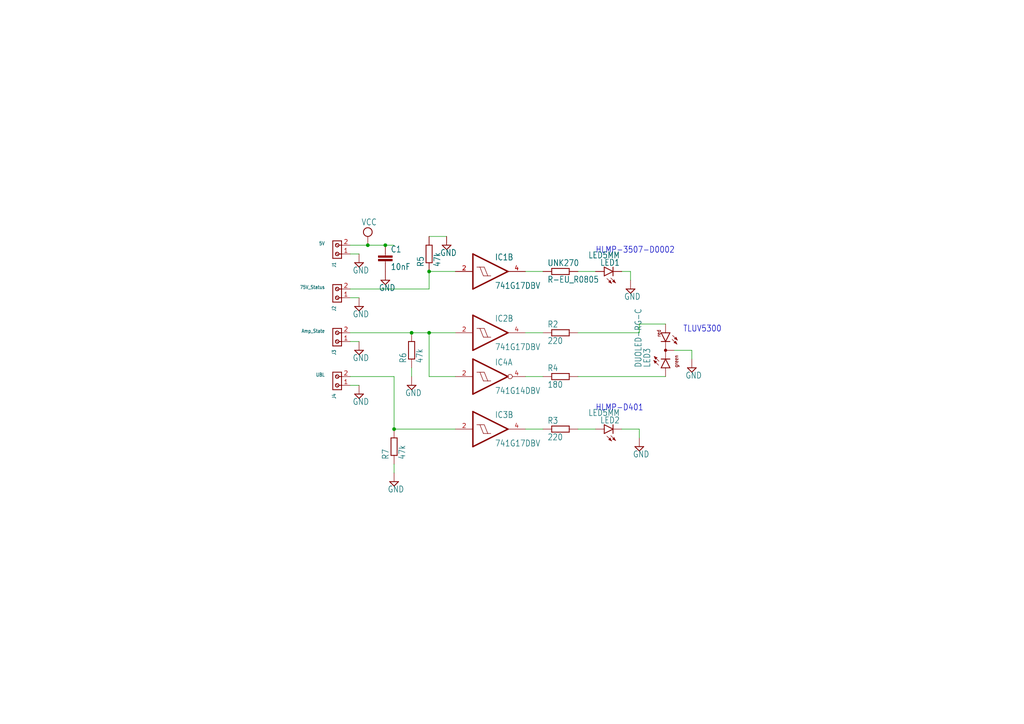
<source format=kicad_sch>
(kicad_sch
	(version 20231120)
	(generator "eeschema")
	(generator_version "8.0")
	(uuid "e64482c0-d987-433b-8c27-36c79f60de1e")
	(paper "A4")
	(lib_symbols
		(symbol "Status_Board-eagle-import:691210910002"
			(exclude_from_sim no)
			(in_bom yes)
			(on_board yes)
			(property "Reference" "J"
				(at -4.88 -0.922 0)
				(effects
					(font
						(size 1.016 0.8636)
					)
					(justify right bottom)
				)
			)
			(property "Value" ""
				(at -4.83 -2.58 0)
				(effects
					(font
						(size 1.016 0.8636)
					)
					(justify right bottom)
				)
			)
			(property "Footprint" "Status_Board:691210910002"
				(at 0 0 0)
				(effects
					(font
						(size 1.27 1.27)
					)
					(hide yes)
				)
			)
			(property "Datasheet" ""
				(at 0 0 0)
				(effects
					(font
						(size 1.27 1.27)
					)
					(hide yes)
				)
			)
			(property "Description" "WR-TBL Serie 2109 - 2.54 mm Horiz. Entry\n\nKIND PROPERTIES\n\nPitch 2.54 mm\n\nMATERIAL PROPERTIES\n\nInsulator Material PA66\nInsulator Flammability Rating UL94 V-0\nInsulator Color Green\nContact Material Brass\nContact Plating Copper over Zinc\nTerminal Screw Material Steel\nTerminal Screw Plating Zinc\nWire Guard Material Brass\n\nGENERAL INFORMATION\n\nOperating Temperature -40 up to +105 °C\nCompliance Lead free / RoHS\n\nELECTRICAL PROPERTIES\n\nIR cULus 6 A\nWorking Voltage [cULus] 150 V (AC)\nWithstanding Voltage [cULus] 1300 V (AC)\nContact Resistance [cULus] 20 mΩ\n\nMECHANICAL PROPERTIES\n\nWire Strip Length 4 up to 5 (mm)\nScrew M1.6\nSolid Wire Section (AWG) 30 to 18 (AWG)\nSolid Wire Section (Metric) 0.0509 to 0.823 (mm²)\nStranded Wire Section (AWG) 30 to 18 (AWG)\nStranded Wire Section (Metric) 0.0509 to 0.823 (mm²)\n\nCERTIFICATION\n\ncULus Approval E315414\n\nPACKAGING PROPERTIES\n\nPackaging Box\n\nhttps://katalog.we-online.com/media/images/v2/o33231v209%20Family_WR-TBL_69121091000x.jpg\n\nDetails see: https://katalog.we-online.com/en/em/TBL_2_54_2109_HORIZONTAL_ENTRY_69121091000X https://katalog.we-online.com/en/em/TBL_2_54_2109_HORIZONTAL_ENTRY_69121091000X\n\nUpdated by Ella Wu  2019-11-12\n2019(C) Wurth Elektronik"
				(at 0 0 0)
				(effects
					(font
						(size 1.27 1.27)
					)
					(hide yes)
				)
			)
			(property "ki_locked" ""
				(at 0 0 0)
				(effects
					(font
						(size 1.27 1.27)
					)
				)
			)
			(symbol "691210910002_1_0"
				(circle
					(center -2.54 -1.27)
					(radius 0.508)
					(stroke
						(width 0.254)
						(type solid)
					)
					(fill
						(type none)
					)
				)
				(circle
					(center 0 -1.27)
					(radius 0.508)
					(stroke
						(width 0.254)
						(type solid)
					)
					(fill
						(type none)
					)
				)
				(polyline
					(pts
						(xy -3.81 -2.54) (xy -3.81 0)
					)
					(stroke
						(width 0.254)
						(type solid)
					)
					(fill
						(type none)
					)
				)
				(polyline
					(pts
						(xy -3.81 0) (xy 1.27 0)
					)
					(stroke
						(width 0.254)
						(type solid)
					)
					(fill
						(type none)
					)
				)
				(polyline
					(pts
						(xy -2.54 -2.54) (xy -3.81 -2.54)
					)
					(stroke
						(width 0.254)
						(type solid)
					)
					(fill
						(type none)
					)
				)
				(polyline
					(pts
						(xy -2.54 -1.778) (xy -2.54 -2.54)
					)
					(stroke
						(width 0.254)
						(type solid)
					)
					(fill
						(type none)
					)
				)
				(polyline
					(pts
						(xy -2.286 -1.016) (xy -2.794 -1.524)
					)
					(stroke
						(width 0.1524)
						(type solid)
					)
					(fill
						(type none)
					)
				)
				(polyline
					(pts
						(xy 0 -2.54) (xy -2.54 -2.54)
					)
					(stroke
						(width 0.254)
						(type solid)
					)
					(fill
						(type none)
					)
				)
				(polyline
					(pts
						(xy 0 -1.778) (xy 0 -2.54)
					)
					(stroke
						(width 0.254)
						(type solid)
					)
					(fill
						(type none)
					)
				)
				(polyline
					(pts
						(xy 0.254 -1.016) (xy -0.254 -1.524)
					)
					(stroke
						(width 0.1524)
						(type solid)
					)
					(fill
						(type none)
					)
				)
				(polyline
					(pts
						(xy 1.27 -2.54) (xy 0 -2.54)
					)
					(stroke
						(width 0.254)
						(type solid)
					)
					(fill
						(type none)
					)
				)
				(polyline
					(pts
						(xy 1.27 0) (xy 1.27 -2.54)
					)
					(stroke
						(width 0.254)
						(type solid)
					)
					(fill
						(type none)
					)
				)
				(pin passive line
					(at -2.54 -5.08 90)
					(length 2.54)
					(name "1"
						(effects
							(font
								(size 0 0)
							)
						)
					)
					(number "1"
						(effects
							(font
								(size 1.27 1.27)
							)
						)
					)
				)
				(pin passive line
					(at 0 -5.08 90)
					(length 2.54)
					(name "2"
						(effects
							(font
								(size 0 0)
							)
						)
					)
					(number "2"
						(effects
							(font
								(size 1.27 1.27)
							)
						)
					)
				)
			)
		)
		(symbol "Status_Board-eagle-import:741G14DBV"
			(exclude_from_sim no)
			(in_bom yes)
			(on_board yes)
			(property "Reference" "IC"
				(at -0.635 -0.635 0)
				(effects
					(font
						(size 1.778 1.5113)
					)
					(justify left bottom)
				)
			)
			(property "Value" ""
				(at 1.27 -5.08 0)
				(effects
					(font
						(size 1.778 1.5113)
					)
					(justify left bottom)
					(hide yes)
				)
			)
			(property "Footprint" "Status_Board:SOT23-5"
				(at 0 0 0)
				(effects
					(font
						(size 1.27 1.27)
					)
					(hide yes)
				)
			)
			(property "Datasheet" ""
				(at 0 0 0)
				(effects
					(font
						(size 1.27 1.27)
					)
					(hide yes)
				)
			)
			(property "Description" "Single Schmitt-Trigger Inverter Gate"
				(at 0 0 0)
				(effects
					(font
						(size 1.27 1.27)
					)
					(hide yes)
				)
			)
			(property "ki_locked" ""
				(at 0 0 0)
				(effects
					(font
						(size 1.27 1.27)
					)
				)
			)
			(symbol "741G14DBV_1_0"
				(polyline
					(pts
						(xy -5.08 -5.08) (xy -5.08 5.08)
					)
					(stroke
						(width 0.4064)
						(type solid)
					)
					(fill
						(type none)
					)
				)
				(polyline
					(pts
						(xy -5.08 5.08) (xy 5.08 0)
					)
					(stroke
						(width 0.4064)
						(type solid)
					)
					(fill
						(type none)
					)
				)
				(polyline
					(pts
						(xy -3.937 1.27) (xy -3.048 1.27)
					)
					(stroke
						(width 0.1524)
						(type solid)
					)
					(fill
						(type none)
					)
				)
				(polyline
					(pts
						(xy -3.048 1.27) (xy -1.778 1.27)
					)
					(stroke
						(width 0.1524)
						(type solid)
					)
					(fill
						(type none)
					)
				)
				(polyline
					(pts
						(xy -2.032 -1.27) (xy -3.048 1.27)
					)
					(stroke
						(width 0.1524)
						(type solid)
					)
					(fill
						(type none)
					)
				)
				(polyline
					(pts
						(xy -2.032 -1.27) (xy -0.762 -1.27)
					)
					(stroke
						(width 0.1524)
						(type solid)
					)
					(fill
						(type none)
					)
				)
				(polyline
					(pts
						(xy -0.762 -1.27) (xy -1.778 1.27)
					)
					(stroke
						(width 0.1524)
						(type solid)
					)
					(fill
						(type none)
					)
				)
				(polyline
					(pts
						(xy -0.762 -1.27) (xy 0.127 -1.27)
					)
					(stroke
						(width 0.1524)
						(type solid)
					)
					(fill
						(type none)
					)
				)
				(polyline
					(pts
						(xy 5.08 0) (xy -5.08 -5.08)
					)
					(stroke
						(width 0.4064)
						(type solid)
					)
					(fill
						(type none)
					)
				)
				(pin input line
					(at -10.16 0 0)
					(length 5.08)
					(name "I"
						(effects
							(font
								(size 0 0)
							)
						)
					)
					(number "2"
						(effects
							(font
								(size 1.27 1.27)
							)
						)
					)
				)
				(pin output inverted
					(at 10.16 0 180)
					(length 5.08)
					(name "O"
						(effects
							(font
								(size 0 0)
							)
						)
					)
					(number "4"
						(effects
							(font
								(size 1.27 1.27)
							)
						)
					)
				)
			)
			(symbol "741G14DBV_2_0"
				(text "GND"
					(at 1.905 -6.35 900)
					(effects
						(font
							(size 1.27 1.0795)
						)
						(justify left bottom)
					)
				)
				(text "VCC"
					(at 1.905 2.54 900)
					(effects
						(font
							(size 1.27 1.0795)
						)
						(justify left bottom)
					)
				)
				(pin power_in line
					(at 0 -7.62 90)
					(length 5.08)
					(name "GND"
						(effects
							(font
								(size 0 0)
							)
						)
					)
					(number "3"
						(effects
							(font
								(size 1.27 1.27)
							)
						)
					)
				)
				(pin power_in line
					(at 0 7.62 270)
					(length 5.08)
					(name "VCC"
						(effects
							(font
								(size 0 0)
							)
						)
					)
					(number "5"
						(effects
							(font
								(size 1.27 1.27)
							)
						)
					)
				)
			)
		)
		(symbol "Status_Board-eagle-import:741G17DBV"
			(exclude_from_sim no)
			(in_bom yes)
			(on_board yes)
			(property "Reference" "IC"
				(at 1.27 3.175 0)
				(effects
					(font
						(size 1.778 1.5113)
					)
					(justify left bottom)
				)
			)
			(property "Value" ""
				(at 1.27 -5.08 0)
				(effects
					(font
						(size 1.778 1.5113)
					)
					(justify left bottom)
					(hide yes)
				)
			)
			(property "Footprint" "Status_Board:SOT23-5"
				(at 0 0 0)
				(effects
					(font
						(size 1.27 1.27)
					)
					(hide yes)
				)
			)
			(property "Datasheet" ""
				(at 0 0 0)
				(effects
					(font
						(size 1.27 1.27)
					)
					(hide yes)
				)
			)
			(property "Description" "Single Schmitt-Trigger Buffer"
				(at 0 0 0)
				(effects
					(font
						(size 1.27 1.27)
					)
					(hide yes)
				)
			)
			(property "ki_locked" ""
				(at 0 0 0)
				(effects
					(font
						(size 1.27 1.27)
					)
				)
			)
			(symbol "741G17DBV_1_0"
				(text "GND"
					(at 1.905 -6.35 900)
					(effects
						(font
							(size 1.27 1.0795)
						)
						(justify left bottom)
					)
				)
				(text "VCC"
					(at 1.905 2.54 900)
					(effects
						(font
							(size 1.27 1.0795)
						)
						(justify left bottom)
					)
				)
				(pin power_in line
					(at 0 -7.62 90)
					(length 5.08)
					(name "GND"
						(effects
							(font
								(size 0 0)
							)
						)
					)
					(number "3"
						(effects
							(font
								(size 1.27 1.27)
							)
						)
					)
				)
				(pin power_in line
					(at 0 7.62 270)
					(length 5.08)
					(name "VCC"
						(effects
							(font
								(size 0 0)
							)
						)
					)
					(number "5"
						(effects
							(font
								(size 1.27 1.27)
							)
						)
					)
				)
			)
			(symbol "741G17DBV_2_0"
				(polyline
					(pts
						(xy -5.08 -5.08) (xy -5.08 5.08)
					)
					(stroke
						(width 0.4064)
						(type solid)
					)
					(fill
						(type none)
					)
				)
				(polyline
					(pts
						(xy -5.08 5.08) (xy 5.08 0)
					)
					(stroke
						(width 0.4064)
						(type solid)
					)
					(fill
						(type none)
					)
				)
				(polyline
					(pts
						(xy -3.937 1.27) (xy -3.048 1.27)
					)
					(stroke
						(width 0.1524)
						(type solid)
					)
					(fill
						(type none)
					)
				)
				(polyline
					(pts
						(xy -3.048 1.27) (xy -1.778 1.27)
					)
					(stroke
						(width 0.1524)
						(type solid)
					)
					(fill
						(type none)
					)
				)
				(polyline
					(pts
						(xy -2.032 -1.27) (xy -3.048 1.27)
					)
					(stroke
						(width 0.1524)
						(type solid)
					)
					(fill
						(type none)
					)
				)
				(polyline
					(pts
						(xy -2.032 -1.27) (xy -0.762 -1.27)
					)
					(stroke
						(width 0.1524)
						(type solid)
					)
					(fill
						(type none)
					)
				)
				(polyline
					(pts
						(xy -0.762 -1.27) (xy -1.778 1.27)
					)
					(stroke
						(width 0.1524)
						(type solid)
					)
					(fill
						(type none)
					)
				)
				(polyline
					(pts
						(xy -0.762 -1.27) (xy 0.127 -1.27)
					)
					(stroke
						(width 0.1524)
						(type solid)
					)
					(fill
						(type none)
					)
				)
				(polyline
					(pts
						(xy 5.08 0) (xy -5.08 -5.08)
					)
					(stroke
						(width 0.4064)
						(type solid)
					)
					(fill
						(type none)
					)
				)
				(pin input line
					(at -10.16 0 0)
					(length 5.08)
					(name "I"
						(effects
							(font
								(size 0 0)
							)
						)
					)
					(number "2"
						(effects
							(font
								(size 1.27 1.27)
							)
						)
					)
				)
				(pin output line
					(at 10.16 0 180)
					(length 5.08)
					(name "O"
						(effects
							(font
								(size 0 0)
							)
						)
					)
					(number "4"
						(effects
							(font
								(size 1.27 1.27)
							)
						)
					)
				)
			)
		)
		(symbol "Status_Board-eagle-import:C-EUC0805"
			(exclude_from_sim no)
			(in_bom yes)
			(on_board yes)
			(property "Reference" "C"
				(at 1.524 0.381 0)
				(effects
					(font
						(size 1.778 1.5113)
					)
					(justify left bottom)
				)
			)
			(property "Value" ""
				(at 1.524 -4.699 0)
				(effects
					(font
						(size 1.778 1.5113)
					)
					(justify left bottom)
				)
			)
			(property "Footprint" "Status_Board:C0805"
				(at 0 0 0)
				(effects
					(font
						(size 1.27 1.27)
					)
					(hide yes)
				)
			)
			(property "Datasheet" ""
				(at 0 0 0)
				(effects
					(font
						(size 1.27 1.27)
					)
					(hide yes)
				)
			)
			(property "Description" "CAPACITOR, European symbol"
				(at 0 0 0)
				(effects
					(font
						(size 1.27 1.27)
					)
					(hide yes)
				)
			)
			(property "ki_locked" ""
				(at 0 0 0)
				(effects
					(font
						(size 1.27 1.27)
					)
				)
			)
			(symbol "C-EUC0805_1_0"
				(rectangle
					(start -2.032 -2.032)
					(end 2.032 -1.524)
					(stroke
						(width 0)
						(type default)
					)
					(fill
						(type outline)
					)
				)
				(rectangle
					(start -2.032 -1.016)
					(end 2.032 -0.508)
					(stroke
						(width 0)
						(type default)
					)
					(fill
						(type outline)
					)
				)
				(polyline
					(pts
						(xy 0 -2.54) (xy 0 -2.032)
					)
					(stroke
						(width 0.1524)
						(type solid)
					)
					(fill
						(type none)
					)
				)
				(polyline
					(pts
						(xy 0 0) (xy 0 -0.508)
					)
					(stroke
						(width 0.1524)
						(type solid)
					)
					(fill
						(type none)
					)
				)
				(pin passive line
					(at 0 2.54 270)
					(length 2.54)
					(name "1"
						(effects
							(font
								(size 0 0)
							)
						)
					)
					(number "1"
						(effects
							(font
								(size 0 0)
							)
						)
					)
				)
				(pin passive line
					(at 0 -5.08 90)
					(length 2.54)
					(name "2"
						(effects
							(font
								(size 0 0)
							)
						)
					)
					(number "2"
						(effects
							(font
								(size 0 0)
							)
						)
					)
				)
			)
		)
		(symbol "Status_Board-eagle-import:DUOLED-RG-C"
			(exclude_from_sim no)
			(in_bom yes)
			(on_board yes)
			(property "Reference" "LD"
				(at 6.35 -5.08 90)
				(effects
					(font
						(size 1.778 1.5113)
					)
					(justify left bottom)
				)
			)
			(property "Value" ""
				(at 8.89 -5.08 90)
				(effects
					(font
						(size 1.778 1.5113)
					)
					(justify left bottom)
				)
			)
			(property "Footprint" "Status_Board:DUOLED-C-5MM"
				(at 0 0 0)
				(effects
					(font
						(size 1.27 1.27)
					)
					(hide yes)
				)
			)
			(property "Datasheet" ""
				(at 0 0 0)
				(effects
					(font
						(size 1.27 1.27)
					)
					(hide yes)
				)
			)
			(property "Description" "DUO LED 2 colors (red/green), 5 mm, round, common Cathode www.ligitek.com or other producers."
				(at 0 0 0)
				(effects
					(font
						(size 1.27 1.27)
					)
					(hide yes)
				)
			)
			(property "ki_locked" ""
				(at 0 0 0)
				(effects
					(font
						(size 1.27 1.27)
					)
				)
			)
			(symbol "DUOLED-RG-C_1_0"
				(polyline
					(pts
						(xy -2.032 4.318) (xy -3.429 2.921)
					)
					(stroke
						(width 0.1524)
						(type solid)
					)
					(fill
						(type none)
					)
				)
				(polyline
					(pts
						(xy -1.905 3.175) (xy -3.302 1.778)
					)
					(stroke
						(width 0.1524)
						(type solid)
					)
					(fill
						(type none)
					)
				)
				(polyline
					(pts
						(xy -1.27 -5.08) (xy 0 -5.08)
					)
					(stroke
						(width 0.254)
						(type solid)
					)
					(fill
						(type none)
					)
				)
				(polyline
					(pts
						(xy -1.27 -5.08) (xy 0 -2.54)
					)
					(stroke
						(width 0.254)
						(type solid)
					)
					(fill
						(type none)
					)
				)
				(polyline
					(pts
						(xy -1.27 -2.54) (xy 0 -2.54)
					)
					(stroke
						(width 0.254)
						(type solid)
					)
					(fill
						(type none)
					)
				)
				(polyline
					(pts
						(xy 0 -5.08) (xy 1.27 -5.08)
					)
					(stroke
						(width 0.254)
						(type solid)
					)
					(fill
						(type none)
					)
				)
				(polyline
					(pts
						(xy 0 -2.54) (xy 1.27 -5.08)
					)
					(stroke
						(width 0.254)
						(type solid)
					)
					(fill
						(type none)
					)
				)
				(polyline
					(pts
						(xy 0 -2.54) (xy 1.27 -2.54)
					)
					(stroke
						(width 0.254)
						(type solid)
					)
					(fill
						(type none)
					)
				)
				(polyline
					(pts
						(xy 0 2.54) (xy -1.27 2.54)
					)
					(stroke
						(width 0.254)
						(type solid)
					)
					(fill
						(type none)
					)
				)
				(polyline
					(pts
						(xy 0 2.54) (xy -1.27 5.08)
					)
					(stroke
						(width 0.254)
						(type solid)
					)
					(fill
						(type none)
					)
				)
				(polyline
					(pts
						(xy 0 2.54) (xy 0 -2.54)
					)
					(stroke
						(width 0.1524)
						(type solid)
					)
					(fill
						(type none)
					)
				)
				(polyline
					(pts
						(xy 0 5.08) (xy -1.27 5.08)
					)
					(stroke
						(width 0.254)
						(type solid)
					)
					(fill
						(type none)
					)
				)
				(polyline
					(pts
						(xy 1.27 2.54) (xy 0 2.54)
					)
					(stroke
						(width 0.254)
						(type solid)
					)
					(fill
						(type none)
					)
				)
				(polyline
					(pts
						(xy 1.27 5.08) (xy 0 2.54)
					)
					(stroke
						(width 0.254)
						(type solid)
					)
					(fill
						(type none)
					)
				)
				(polyline
					(pts
						(xy 1.27 5.08) (xy 0 5.08)
					)
					(stroke
						(width 0.254)
						(type solid)
					)
					(fill
						(type none)
					)
				)
				(polyline
					(pts
						(xy 1.905 -3.175) (xy 3.302 -1.778)
					)
					(stroke
						(width 0.1524)
						(type solid)
					)
					(fill
						(type none)
					)
				)
				(polyline
					(pts
						(xy 2.032 -4.318) (xy 3.429 -2.921)
					)
					(stroke
						(width 0.1524)
						(type solid)
					)
					(fill
						(type none)
					)
				)
				(polyline
					(pts
						(xy -3.429 2.921) (xy -3.048 3.81) (xy -2.54 3.302)
					)
					(stroke
						(width 0.1524)
						(type solid)
					)
					(fill
						(type outline)
					)
				)
				(polyline
					(pts
						(xy -3.302 1.778) (xy -2.921 2.667) (xy -2.413 2.159)
					)
					(stroke
						(width 0.1524)
						(type solid)
					)
					(fill
						(type outline)
					)
				)
				(polyline
					(pts
						(xy 2.413 -2.159) (xy 3.302 -1.778) (xy 2.921 -2.667)
					)
					(stroke
						(width 0.1524)
						(type solid)
					)
					(fill
						(type outline)
					)
				)
				(polyline
					(pts
						(xy 2.54 -3.302) (xy 3.429 -2.921) (xy 3.048 -3.81)
					)
					(stroke
						(width 0.1524)
						(type solid)
					)
					(fill
						(type outline)
					)
				)
				(circle
					(center 0 0)
					(radius 0.254)
					(stroke
						(width 0.4064)
						(type solid)
					)
					(fill
						(type none)
					)
				)
				(text "green"
					(at -2.54 -5.08 900)
					(effects
						(font
							(size 1.016 0.8636)
						)
						(justify left bottom)
					)
				)
				(text "red"
					(at 2.54 3.81 900)
					(effects
						(font
							(size 1.016 0.8636)
						)
						(justify left bottom)
					)
				)
				(pin passive line
					(at 0 7.62 270)
					(length 2.54)
					(name "AR"
						(effects
							(font
								(size 0 0)
							)
						)
					)
					(number "AR"
						(effects
							(font
								(size 0 0)
							)
						)
					)
				)
				(pin passive line
					(at 0 -7.62 90)
					(length 2.54)
					(name "AG"
						(effects
							(font
								(size 0 0)
							)
						)
					)
					(number "AX"
						(effects
							(font
								(size 0 0)
							)
						)
					)
				)
				(pin passive line
					(at -2.54 0 0)
					(length 2.54)
					(name "C"
						(effects
							(font
								(size 0 0)
							)
						)
					)
					(number "C"
						(effects
							(font
								(size 0 0)
							)
						)
					)
				)
			)
		)
		(symbol "Status_Board-eagle-import:GND"
			(power)
			(exclude_from_sim no)
			(in_bom yes)
			(on_board yes)
			(property "Reference" "#SUPPLY"
				(at 0 0 0)
				(effects
					(font
						(size 1.27 1.27)
					)
					(hide yes)
				)
			)
			(property "Value" ""
				(at -1.905 -3.175 0)
				(effects
					(font
						(size 1.778 1.5113)
					)
					(justify left bottom)
				)
			)
			(property "Footprint" ""
				(at 0 0 0)
				(effects
					(font
						(size 1.27 1.27)
					)
					(hide yes)
				)
			)
			(property "Datasheet" ""
				(at 0 0 0)
				(effects
					(font
						(size 1.27 1.27)
					)
					(hide yes)
				)
			)
			(property "Description" "SUPPLY SYMBOL"
				(at 0 0 0)
				(effects
					(font
						(size 1.27 1.27)
					)
					(hide yes)
				)
			)
			(property "ki_locked" ""
				(at 0 0 0)
				(effects
					(font
						(size 1.27 1.27)
					)
				)
			)
			(symbol "GND_1_0"
				(polyline
					(pts
						(xy -1.27 0) (xy 1.27 0)
					)
					(stroke
						(width 0.254)
						(type solid)
					)
					(fill
						(type none)
					)
				)
				(polyline
					(pts
						(xy 0 -1.27) (xy -1.27 0)
					)
					(stroke
						(width 0.254)
						(type solid)
					)
					(fill
						(type none)
					)
				)
				(polyline
					(pts
						(xy 1.27 0) (xy 0 -1.27)
					)
					(stroke
						(width 0.254)
						(type solid)
					)
					(fill
						(type none)
					)
				)
				(pin power_in line
					(at 0 2.54 270)
					(length 2.54)
					(name "GND"
						(effects
							(font
								(size 0 0)
							)
						)
					)
					(number "1"
						(effects
							(font
								(size 0 0)
							)
						)
					)
				)
			)
		)
		(symbol "Status_Board-eagle-import:LED5MM"
			(exclude_from_sim no)
			(in_bom yes)
			(on_board yes)
			(property "Reference" "LED"
				(at 3.556 -4.572 90)
				(effects
					(font
						(size 1.778 1.5113)
					)
					(justify left bottom)
				)
			)
			(property "Value" ""
				(at 5.715 -4.572 90)
				(effects
					(font
						(size 1.778 1.5113)
					)
					(justify left bottom)
				)
			)
			(property "Footprint" "Status_Board:LED5MM"
				(at 0 0 0)
				(effects
					(font
						(size 1.27 1.27)
					)
					(hide yes)
				)
			)
			(property "Datasheet" ""
				(at 0 0 0)
				(effects
					(font
						(size 1.27 1.27)
					)
					(hide yes)
				)
			)
			(property "Description" "LED\n\nOSRAM:\n- CHIPLED\nLG R971, LG N971, LY N971, LG Q971, LY Q971, LO R971, LY R971 LH N974, LH R974\nLS Q976, LO Q976, LY Q976\nLO Q996\n- Hyper CHIPLED\nLW Q18S\nLB Q993, LB Q99A, LB R99A\n- SideLED\nLS A670, LO A670, LY A670, LG A670, LP A670\nLB A673, LV A673, LT A673, LW A673\nLH A674\nLY A675\nLS A676, LA A676, LO A676, LY A676, LW A676\nLS A679, LY A679, LG A679\n-  Hyper Micro SIDELED®\nLS Y876, LA Y876, LO Y876, LY Y876\nLT Y87S\n- SmartLED\nLW L88C, LW L88S\nLB L89C, LB L89S, LG L890\nLS L89K, LO L89K, LY L89K\nLS L896, LA L896, LO L896, LY L896\n- TOPLED\nLS T670, LO T670, LY T670, LG T670, LP T670\nLSG T670, LSP T670, LSY T670, LOP T670, LYG T670\nLG T671, LOG T671, LSG T671\nLB T673, LV T673, LT T673, LW T673\nLH T674\nLS T676, LA T676, LO T676, LY T676, LB T676, LH T676, LSB T676, LW T676\nLB T67C, LV T67C, LT T67C, LS T67K, LO T67K, LY T67K, LW E67C\nLS E67B, LA E67B, LO E67B, LY E67B, LB E67C, LV E67C, LT E67C\nLW T67C\nLS T679, LY T679, LG T679\nLS T770, LO T770, LY T770, LG T770, LP T770\nLB T773, LV T773, LT T773, LW T773\nLH T774\nLS E675, LA E675, LY E675, LS T675\nLS T776, LA T776, LO T776, LY T776, LB T776\nLHGB T686\nLT T68C, LB T68C\n- Hyper Mini TOPLED®\nLB M676\n- Mini TOPLED Santana®\nLG M470\nLS M47K, LO M47K, LY M47K\n\nSource: http://www.osram.convergy.de\n\nLUXEON:\n- LUMILED®\nLXK2-PW12-R00, LXK2-PW12-S00, LXK2-PW14-U00, LXK2-PW14-V00\nLXK2-PM12-R00, LXK2-PM12-S00, LXK2-PM14-U00\nLXK2-PE12-Q00, LXK2-PE12-R00, LXK2-PE12-S00, LXK2-PE14-T00, LXK2-PE14-U00\nLXK2-PB12-K00, LXK2-PB12-L00, LXK2-PB12-M00, LXK2-PB14-N00, LXK2-PB14-P00, LXK2-PB14-Q00\nLXK2-PR12-L00, LXK2-PR12-M00, LXK2-PR14-Q00, LXK2-PR14-R00\nLXK2-PD12-Q00, LXK2-PD12-R00, LXK2-PD12-S00\nLXK2-PH12-R00, LXK2-PH12-S00\nLXK2-PL12-P00, LXK2-PL12-Q00, LXK2-PL12-R00\n\nSource: www.luxeon.com\n\nKINGBRIGHT:\n\nKA-3528ASYC\nSource: www.kingbright.com"
				(at 0 0 0)
				(effects
					(font
						(size 1.27 1.27)
					)
					(hide yes)
				)
			)
			(property "ki_locked" ""
				(at 0 0 0)
				(effects
					(font
						(size 1.27 1.27)
					)
				)
			)
			(symbol "LED5MM_1_0"
				(polyline
					(pts
						(xy -2.032 -0.762) (xy -3.429 -2.159)
					)
					(stroke
						(width 0.1524)
						(type solid)
					)
					(fill
						(type none)
					)
				)
				(polyline
					(pts
						(xy -1.905 -1.905) (xy -3.302 -3.302)
					)
					(stroke
						(width 0.1524)
						(type solid)
					)
					(fill
						(type none)
					)
				)
				(polyline
					(pts
						(xy 0 -2.54) (xy -1.27 -2.54)
					)
					(stroke
						(width 0.254)
						(type solid)
					)
					(fill
						(type none)
					)
				)
				(polyline
					(pts
						(xy 0 -2.54) (xy -1.27 0)
					)
					(stroke
						(width 0.254)
						(type solid)
					)
					(fill
						(type none)
					)
				)
				(polyline
					(pts
						(xy 0 0) (xy -1.27 0)
					)
					(stroke
						(width 0.254)
						(type solid)
					)
					(fill
						(type none)
					)
				)
				(polyline
					(pts
						(xy 1.27 -2.54) (xy 0 -2.54)
					)
					(stroke
						(width 0.254)
						(type solid)
					)
					(fill
						(type none)
					)
				)
				(polyline
					(pts
						(xy 1.27 0) (xy 0 -2.54)
					)
					(stroke
						(width 0.254)
						(type solid)
					)
					(fill
						(type none)
					)
				)
				(polyline
					(pts
						(xy 1.27 0) (xy 0 0)
					)
					(stroke
						(width 0.254)
						(type solid)
					)
					(fill
						(type none)
					)
				)
				(polyline
					(pts
						(xy -3.429 -2.159) (xy -3.048 -1.27) (xy -2.54 -1.778)
					)
					(stroke
						(width 0.1524)
						(type solid)
					)
					(fill
						(type outline)
					)
				)
				(polyline
					(pts
						(xy -3.302 -3.302) (xy -2.921 -2.413) (xy -2.413 -2.921)
					)
					(stroke
						(width 0.1524)
						(type solid)
					)
					(fill
						(type outline)
					)
				)
				(pin passive line
					(at 0 2.54 270)
					(length 2.54)
					(name "A"
						(effects
							(font
								(size 0 0)
							)
						)
					)
					(number "A"
						(effects
							(font
								(size 0 0)
							)
						)
					)
				)
				(pin passive line
					(at 0 -5.08 90)
					(length 2.54)
					(name "C"
						(effects
							(font
								(size 0 0)
							)
						)
					)
					(number "K"
						(effects
							(font
								(size 0 0)
							)
						)
					)
				)
			)
		)
		(symbol "Status_Board-eagle-import:R-EU_R0805"
			(exclude_from_sim no)
			(in_bom yes)
			(on_board yes)
			(property "Reference" "R"
				(at -3.81 1.4986 0)
				(effects
					(font
						(size 1.778 1.5113)
					)
					(justify left bottom)
				)
			)
			(property "Value" ""
				(at -3.81 -3.302 0)
				(effects
					(font
						(size 1.778 1.5113)
					)
					(justify left bottom)
				)
			)
			(property "Footprint" "Status_Board:R0805"
				(at 0 0 0)
				(effects
					(font
						(size 1.27 1.27)
					)
					(hide yes)
				)
			)
			(property "Datasheet" ""
				(at 0 0 0)
				(effects
					(font
						(size 1.27 1.27)
					)
					(hide yes)
				)
			)
			(property "Description" "RESISTOR, European symbol"
				(at 0 0 0)
				(effects
					(font
						(size 1.27 1.27)
					)
					(hide yes)
				)
			)
			(property "ki_locked" ""
				(at 0 0 0)
				(effects
					(font
						(size 1.27 1.27)
					)
				)
			)
			(symbol "R-EU_R0805_1_0"
				(polyline
					(pts
						(xy -2.54 -0.889) (xy -2.54 0.889)
					)
					(stroke
						(width 0.254)
						(type solid)
					)
					(fill
						(type none)
					)
				)
				(polyline
					(pts
						(xy -2.54 -0.889) (xy 2.54 -0.889)
					)
					(stroke
						(width 0.254)
						(type solid)
					)
					(fill
						(type none)
					)
				)
				(polyline
					(pts
						(xy 2.54 -0.889) (xy 2.54 0.889)
					)
					(stroke
						(width 0.254)
						(type solid)
					)
					(fill
						(type none)
					)
				)
				(polyline
					(pts
						(xy 2.54 0.889) (xy -2.54 0.889)
					)
					(stroke
						(width 0.254)
						(type solid)
					)
					(fill
						(type none)
					)
				)
				(pin passive line
					(at -5.08 0 0)
					(length 2.54)
					(name "1"
						(effects
							(font
								(size 0 0)
							)
						)
					)
					(number "1"
						(effects
							(font
								(size 0 0)
							)
						)
					)
				)
				(pin passive line
					(at 5.08 0 180)
					(length 2.54)
					(name "2"
						(effects
							(font
								(size 0 0)
							)
						)
					)
					(number "2"
						(effects
							(font
								(size 0 0)
							)
						)
					)
				)
			)
		)
		(symbol "Status_Board-eagle-import:VCC"
			(power)
			(exclude_from_sim no)
			(in_bom yes)
			(on_board yes)
			(property "Reference" "#SUPPLY"
				(at 0 0 0)
				(effects
					(font
						(size 1.27 1.27)
					)
					(hide yes)
				)
			)
			(property "Value" ""
				(at -1.905 3.175 0)
				(effects
					(font
						(size 1.778 1.5113)
					)
					(justify left bottom)
				)
			)
			(property "Footprint" ""
				(at 0 0 0)
				(effects
					(font
						(size 1.27 1.27)
					)
					(hide yes)
				)
			)
			(property "Datasheet" ""
				(at 0 0 0)
				(effects
					(font
						(size 1.27 1.27)
					)
					(hide yes)
				)
			)
			(property "Description" "SUPPLY SYMBOL"
				(at 0 0 0)
				(effects
					(font
						(size 1.27 1.27)
					)
					(hide yes)
				)
			)
			(property "ki_locked" ""
				(at 0 0 0)
				(effects
					(font
						(size 1.27 1.27)
					)
				)
			)
			(symbol "VCC_1_0"
				(circle
					(center 0 1.27)
					(radius 1.27)
					(stroke
						(width 0.254)
						(type solid)
					)
					(fill
						(type none)
					)
				)
				(pin power_in line
					(at 0 -2.54 90)
					(length 2.54)
					(name "VCC"
						(effects
							(font
								(size 0 0)
							)
						)
					)
					(number "1"
						(effects
							(font
								(size 0 0)
							)
						)
					)
				)
			)
		)
	)
	(junction
		(at 119.38 96.52)
		(diameter 0)
		(color 0 0 0 0)
		(uuid "149c7f00-70ff-44ef-b724-79bd3a18a1d1")
	)
	(junction
		(at 124.46 96.52)
		(diameter 0)
		(color 0 0 0 0)
		(uuid "1a06d2a8-6e2d-4c78-bf94-80091a93d427")
	)
	(junction
		(at 111.76 71.12)
		(diameter 0)
		(color 0 0 0 0)
		(uuid "219c3e31-7e25-496f-b5de-3bb03d9df425")
	)
	(junction
		(at 114.3 124.46)
		(diameter 0)
		(color 0 0 0 0)
		(uuid "6fcc7e70-d95d-4b11-9da6-3c03807a4ae9")
	)
	(junction
		(at 124.46 78.74)
		(diameter 0)
		(color 0 0 0 0)
		(uuid "7c65409e-6852-463d-9006-299e48c93e66")
	)
	(junction
		(at 106.68 71.12)
		(diameter 0)
		(color 0 0 0 0)
		(uuid "813b24b1-7b14-4ebb-9cdc-0a5246272425")
	)
	(wire
		(pts
			(xy 101.6 86.36) (xy 104.14 86.36)
		)
		(stroke
			(width 0.1524)
			(type solid)
		)
		(uuid "1490db77-af2d-4797-8fdf-9cf40c5fd0cb")
	)
	(wire
		(pts
			(xy 101.6 73.66) (xy 104.14 73.66)
		)
		(stroke
			(width 0.1524)
			(type solid)
		)
		(uuid "14c58aa9-6629-4c0e-8135-9ff2f446516d")
	)
	(wire
		(pts
			(xy 119.38 106.68) (xy 119.38 109.22)
		)
		(stroke
			(width 0.1524)
			(type solid)
		)
		(uuid "2081cb50-b75f-4a92-876f-9e7fd58718d1")
	)
	(wire
		(pts
			(xy 119.38 96.52) (xy 124.46 96.52)
		)
		(stroke
			(width 0.1524)
			(type solid)
		)
		(uuid "2263f69d-ec74-470b-991f-8a7f3d0a7602")
	)
	(wire
		(pts
			(xy 180.34 78.74) (xy 182.88 78.74)
		)
		(stroke
			(width 0.1524)
			(type solid)
		)
		(uuid "2b75bbfd-6808-4f2d-98c7-2279975f0ea9")
	)
	(wire
		(pts
			(xy 152.4 96.52) (xy 157.48 96.52)
		)
		(stroke
			(width 0.1524)
			(type solid)
		)
		(uuid "2c6a9131-234b-44f8-826e-7ed56bb3e378")
	)
	(wire
		(pts
			(xy 124.46 78.74) (xy 132.08 78.74)
		)
		(stroke
			(width 0.1524)
			(type solid)
		)
		(uuid "2e18c614-429d-41e9-9f8e-793d5808bdc4")
	)
	(wire
		(pts
			(xy 185.42 93.98) (xy 193.04 93.98)
		)
		(stroke
			(width 0.1524)
			(type solid)
		)
		(uuid "2fdffb64-a445-4dc2-907d-91c82023e285")
	)
	(wire
		(pts
			(xy 152.4 109.22) (xy 157.48 109.22)
		)
		(stroke
			(width 0.1524)
			(type solid)
		)
		(uuid "30758de4-d798-47f6-acb7-1125c9a199bc")
	)
	(wire
		(pts
			(xy 132.08 109.22) (xy 124.46 109.22)
		)
		(stroke
			(width 0.1524)
			(type solid)
		)
		(uuid "311abd05-a96b-4f13-a5be-9996472a4a93")
	)
	(wire
		(pts
			(xy 106.68 71.12) (xy 111.76 71.12)
		)
		(stroke
			(width 0.1524)
			(type solid)
		)
		(uuid "421dbc1e-42a0-456b-aa85-67603c55a20a")
	)
	(wire
		(pts
			(xy 180.34 124.46) (xy 185.42 124.46)
		)
		(stroke
			(width 0.1524)
			(type solid)
		)
		(uuid "464d3bc8-3819-4d14-9995-20a5418c8599")
	)
	(wire
		(pts
			(xy 167.64 96.52) (xy 185.42 96.52)
		)
		(stroke
			(width 0.1524)
			(type solid)
		)
		(uuid "4894201f-5c40-4988-87b9-3b082de72c65")
	)
	(wire
		(pts
			(xy 111.76 71.12) (xy 114.3 71.12)
		)
		(stroke
			(width 0.1524)
			(type solid)
		)
		(uuid "4b5e451a-d0a0-4609-b9a3-4f4b710b193a")
	)
	(wire
		(pts
			(xy 101.6 96.52) (xy 119.38 96.52)
		)
		(stroke
			(width 0.1524)
			(type solid)
		)
		(uuid "51c1201e-ebd0-43ad-bffa-71ee86f1a0bc")
	)
	(wire
		(pts
			(xy 101.6 111.76) (xy 104.14 111.76)
		)
		(stroke
			(width 0.1524)
			(type solid)
		)
		(uuid "5578e734-8c57-4386-9f88-f4e5fc69c340")
	)
	(wire
		(pts
			(xy 200.66 101.6) (xy 195.58 101.6)
		)
		(stroke
			(width 0.1524)
			(type solid)
		)
		(uuid "6781dfea-5590-4ace-a9f7-d54bf2de4331")
	)
	(wire
		(pts
			(xy 101.6 83.82) (xy 124.46 83.82)
		)
		(stroke
			(width 0.1524)
			(type solid)
		)
		(uuid "710250c4-47b2-49c1-b2b2-2b2044906842")
	)
	(wire
		(pts
			(xy 124.46 109.22) (xy 124.46 96.52)
		)
		(stroke
			(width 0.1524)
			(type solid)
		)
		(uuid "7190fcc9-edec-4e7f-a0b0-795c14f314f6")
	)
	(wire
		(pts
			(xy 185.42 96.52) (xy 185.42 93.98)
		)
		(stroke
			(width 0.1524)
			(type solid)
		)
		(uuid "7ec7910b-e456-4cf0-b345-1c3c243a2ede")
	)
	(wire
		(pts
			(xy 167.64 109.22) (xy 193.04 109.22)
		)
		(stroke
			(width 0.1524)
			(type solid)
		)
		(uuid "81902b95-3ee9-4657-a248-ca2166e860d9")
	)
	(wire
		(pts
			(xy 200.66 104.14) (xy 200.66 101.6)
		)
		(stroke
			(width 0.1524)
			(type solid)
		)
		(uuid "8d07dc64-627e-441f-a876-4aeff39a2323")
	)
	(wire
		(pts
			(xy 124.46 68.58) (xy 129.54 68.58)
		)
		(stroke
			(width 0.1524)
			(type solid)
		)
		(uuid "af9821fd-11d9-40b7-9e60-48b5d7649be1")
	)
	(wire
		(pts
			(xy 185.42 124.46) (xy 185.42 127)
		)
		(stroke
			(width 0.1524)
			(type solid)
		)
		(uuid "b538f601-5fc5-4c92-9961-86180df4f06b")
	)
	(wire
		(pts
			(xy 124.46 83.82) (xy 124.46 78.74)
		)
		(stroke
			(width 0.1524)
			(type solid)
		)
		(uuid "c182267a-f38e-419b-8969-2e3b79201c2b")
	)
	(wire
		(pts
			(xy 101.6 71.12) (xy 106.68 71.12)
		)
		(stroke
			(width 0.1524)
			(type solid)
		)
		(uuid "cf5ce5b1-d7ad-43bf-898a-a071ac6ff162")
	)
	(wire
		(pts
			(xy 124.46 96.52) (xy 132.08 96.52)
		)
		(stroke
			(width 0.1524)
			(type solid)
		)
		(uuid "d1315286-e233-407e-9f04-81ba5c99564f")
	)
	(wire
		(pts
			(xy 114.3 124.46) (xy 132.08 124.46)
		)
		(stroke
			(width 0.1524)
			(type solid)
		)
		(uuid "d5efb7b4-86e8-418d-b81e-f9f9dbfe2454")
	)
	(wire
		(pts
			(xy 182.88 78.74) (xy 182.88 81.28)
		)
		(stroke
			(width 0.1524)
			(type solid)
		)
		(uuid "d7fc7fc1-3787-42f2-9acf-18f90ca0a24c")
	)
	(wire
		(pts
			(xy 101.6 99.06) (xy 104.14 99.06)
		)
		(stroke
			(width 0.1524)
			(type solid)
		)
		(uuid "d998ae4a-b7aa-44a6-94d1-beea1cd455c8")
	)
	(wire
		(pts
			(xy 167.64 78.74) (xy 172.72 78.74)
		)
		(stroke
			(width 0.1524)
			(type solid)
		)
		(uuid "e01cf639-253a-4ffb-a0ca-da5a3be6d0c4")
	)
	(wire
		(pts
			(xy 167.64 124.46) (xy 172.72 124.46)
		)
		(stroke
			(width 0.1524)
			(type solid)
		)
		(uuid "e0500e63-9cb5-4dd3-b7da-7c0c464c356f")
	)
	(wire
		(pts
			(xy 152.4 124.46) (xy 157.48 124.46)
		)
		(stroke
			(width 0.1524)
			(type solid)
		)
		(uuid "e0f36f67-ff1d-4072-b5b8-3503d67721ec")
	)
	(wire
		(pts
			(xy 114.3 109.22) (xy 114.3 124.46)
		)
		(stroke
			(width 0.1524)
			(type solid)
		)
		(uuid "e782f9cf-0a3f-47dc-81ae-c84ee136e91c")
	)
	(wire
		(pts
			(xy 152.4 78.74) (xy 157.48 78.74)
		)
		(stroke
			(width 0.1524)
			(type solid)
		)
		(uuid "f16885f5-2cb5-4ed4-bf7d-257daa831284")
	)
	(wire
		(pts
			(xy 114.3 134.62) (xy 114.3 137.16)
		)
		(stroke
			(width 0.1524)
			(type solid)
		)
		(uuid "f80d8565-9adf-4cba-b20e-85208321b735")
	)
	(wire
		(pts
			(xy 101.6 109.22) (xy 114.3 109.22)
		)
		(stroke
			(width 0.1524)
			(type solid)
		)
		(uuid "fa914675-761b-4085-abf8-c0cf363d7326")
	)
	(text "HLMP-D401"
		(exclude_from_sim no)
		(at 172.72 119.38 0)
		(effects
			(font
				(size 1.778 1.5113)
			)
			(justify left bottom)
		)
		(uuid "1675221d-4c06-4204-a489-230f78a24d8b")
	)
	(text "HLMP-3507-D0002"
		(exclude_from_sim no)
		(at 172.72 73.66 0)
		(effects
			(font
				(size 1.778 1.5113)
			)
			(justify left bottom)
		)
		(uuid "4e7a4fc0-67a1-4384-ad84-19167e6c6588")
	)
	(text "TLUV5300"
		(exclude_from_sim no)
		(at 198.12 96.52 0)
		(effects
			(font
				(size 1.778 1.5113)
			)
			(justify left bottom)
		)
		(uuid "ca6b30eb-e1e0-482e-8a96-0a104a4d8c36")
	)
	(symbol
		(lib_id "Status_Board-eagle-import:LED5MM")
		(at 175.26 124.46 90)
		(unit 1)
		(exclude_from_sim no)
		(in_bom yes)
		(on_board yes)
		(dnp no)
		(uuid "027837a4-dbbf-4b57-a59e-36ee30153c8a")
		(property "Reference" "LED2"
			(at 179.832 120.904 90)
			(effects
				(font
					(size 1.778 1.5113)
				)
				(justify left bottom)
			)
		)
		(property "Value" "LED5MM"
			(at 179.832 118.745 90)
			(effects
				(font
					(size 1.778 1.5113)
				)
				(justify left bottom)
			)
		)
		(property "Footprint" "Status_Board:LED5MM"
			(at 175.26 124.46 0)
			(effects
				(font
					(size 1.27 1.27)
				)
				(hide yes)
			)
		)
		(property "Datasheet" ""
			(at 175.26 124.46 0)
			(effects
				(font
					(size 1.27 1.27)
				)
				(hide yes)
			)
		)
		(property "Description" ""
			(at 175.26 124.46 0)
			(effects
				(font
					(size 1.27 1.27)
				)
				(hide yes)
			)
		)
		(pin "K"
			(uuid "cfd80c25-3f4f-476a-b836-a48e96a43a75")
		)
		(pin "A"
			(uuid "8407d447-2e80-4b1b-8fbf-d37d8e1af97c")
		)
		(instances
			(project ""
				(path "/e64482c0-d987-433b-8c27-36c79f60de1e"
					(reference "LED2")
					(unit 1)
				)
			)
		)
	)
	(symbol
		(lib_id "Status_Board-eagle-import:GND")
		(at 129.54 71.12 0)
		(unit 1)
		(exclude_from_sim no)
		(in_bom yes)
		(on_board yes)
		(dnp no)
		(uuid "04ed0714-38b6-4950-8054-3d591d2adb7d")
		(property "Reference" "#SUPPLY12"
			(at 129.54 71.12 0)
			(effects
				(font
					(size 1.27 1.27)
				)
				(hide yes)
			)
		)
		(property "Value" "GND"
			(at 127.635 74.295 0)
			(effects
				(font
					(size 1.778 1.5113)
				)
				(justify left bottom)
			)
		)
		(property "Footprint" ""
			(at 129.54 71.12 0)
			(effects
				(font
					(size 1.27 1.27)
				)
				(hide yes)
			)
		)
		(property "Datasheet" ""
			(at 129.54 71.12 0)
			(effects
				(font
					(size 1.27 1.27)
				)
				(hide yes)
			)
		)
		(property "Description" ""
			(at 129.54 71.12 0)
			(effects
				(font
					(size 1.27 1.27)
				)
				(hide yes)
			)
		)
		(pin "1"
			(uuid "bf31c5af-91a3-433a-8a10-8dbd4c85db93")
		)
		(instances
			(project ""
				(path "/e64482c0-d987-433b-8c27-36c79f60de1e"
					(reference "#SUPPLY12")
					(unit 1)
				)
			)
		)
	)
	(symbol
		(lib_id "Status_Board-eagle-import:GND")
		(at 104.14 114.3 0)
		(unit 1)
		(exclude_from_sim no)
		(in_bom yes)
		(on_board yes)
		(dnp no)
		(uuid "068bd0de-ae44-4549-af77-eeb4bd7c1d47")
		(property "Reference" "#SUPPLY5"
			(at 104.14 114.3 0)
			(effects
				(font
					(size 1.27 1.27)
				)
				(hide yes)
			)
		)
		(property "Value" "GND"
			(at 102.235 117.475 0)
			(effects
				(font
					(size 1.778 1.5113)
				)
				(justify left bottom)
			)
		)
		(property "Footprint" ""
			(at 104.14 114.3 0)
			(effects
				(font
					(size 1.27 1.27)
				)
				(hide yes)
			)
		)
		(property "Datasheet" ""
			(at 104.14 114.3 0)
			(effects
				(font
					(size 1.27 1.27)
				)
				(hide yes)
			)
		)
		(property "Description" ""
			(at 104.14 114.3 0)
			(effects
				(font
					(size 1.27 1.27)
				)
				(hide yes)
			)
		)
		(pin "1"
			(uuid "3b6821fe-5a9f-470c-b9e8-af248b3ee13a")
		)
		(instances
			(project ""
				(path "/e64482c0-d987-433b-8c27-36c79f60de1e"
					(reference "#SUPPLY5")
					(unit 1)
				)
			)
		)
	)
	(symbol
		(lib_id "Status_Board-eagle-import:741G17DBV")
		(at 142.24 78.74 0)
		(unit 2)
		(exclude_from_sim no)
		(in_bom yes)
		(on_board yes)
		(dnp no)
		(uuid "06ff6153-dabc-4c0d-a161-ef7b77a120cf")
		(property "Reference" "IC1"
			(at 143.51 75.565 0)
			(effects
				(font
					(size 1.778 1.5113)
				)
				(justify left bottom)
			)
		)
		(property "Value" "741G17DBV"
			(at 143.51 83.82 0)
			(effects
				(font
					(size 1.778 1.5113)
				)
				(justify left bottom)
			)
		)
		(property "Footprint" "Status_Board:SOT23-5"
			(at 142.24 78.74 0)
			(effects
				(font
					(size 1.27 1.27)
				)
				(hide yes)
			)
		)
		(property "Datasheet" ""
			(at 142.24 78.74 0)
			(effects
				(font
					(size 1.27 1.27)
				)
				(hide yes)
			)
		)
		(property "Description" ""
			(at 142.24 78.74 0)
			(effects
				(font
					(size 1.27 1.27)
				)
				(hide yes)
			)
		)
		(pin "3"
			(uuid "b871765c-2227-45e9-b72a-d4f4ff103b47")
		)
		(pin "5"
			(uuid "f57d7c05-c53a-443a-bdc3-c2c0c3e42b3c")
		)
		(pin "2"
			(uuid "2ce933fd-c825-43fd-8407-87229c0c530b")
		)
		(pin "4"
			(uuid "880c070c-9b77-48f0-982e-41436d424f49")
		)
		(instances
			(project ""
				(path "/e64482c0-d987-433b-8c27-36c79f60de1e"
					(reference "IC1")
					(unit 2)
				)
			)
		)
	)
	(symbol
		(lib_id "Status_Board-eagle-import:LED5MM")
		(at 175.26 78.74 90)
		(unit 1)
		(exclude_from_sim no)
		(in_bom yes)
		(on_board yes)
		(dnp no)
		(uuid "0cdd37c2-030d-42cf-aac0-cc5dda24ee31")
		(property "Reference" "LED1"
			(at 179.832 75.184 90)
			(effects
				(font
					(size 1.778 1.5113)
				)
				(justify left bottom)
			)
		)
		(property "Value" "LED5MM"
			(at 179.832 73.025 90)
			(effects
				(font
					(size 1.778 1.5113)
				)
				(justify left bottom)
			)
		)
		(property "Footprint" "Status_Board:LED5MM"
			(at 175.26 78.74 0)
			(effects
				(font
					(size 1.27 1.27)
				)
				(hide yes)
			)
		)
		(property "Datasheet" ""
			(at 175.26 78.74 0)
			(effects
				(font
					(size 1.27 1.27)
				)
				(hide yes)
			)
		)
		(property "Description" ""
			(at 175.26 78.74 0)
			(effects
				(font
					(size 1.27 1.27)
				)
				(hide yes)
			)
		)
		(pin "K"
			(uuid "67c03a4c-8322-4315-9a65-cc6ab0a9c00d")
		)
		(pin "A"
			(uuid "1b668deb-2be7-42cc-a28b-e03300a2827c")
		)
		(instances
			(project ""
				(path "/e64482c0-d987-433b-8c27-36c79f60de1e"
					(reference "LED1")
					(unit 1)
				)
			)
		)
	)
	(symbol
		(lib_id "Status_Board-eagle-import:691210910002")
		(at 96.52 96.52 90)
		(unit 1)
		(exclude_from_sim no)
		(in_bom yes)
		(on_board yes)
		(dnp no)
		(uuid "19f5a598-1b45-4083-bf18-fc9b6404bb8f")
		(property "Reference" "J3"
			(at 97.442 101.4 0)
			(effects
				(font
					(size 1.016 0.8636)
				)
				(justify right bottom)
			)
		)
		(property "Value" "Amp_State"
			(at 94.23 96.56 90)
			(effects
				(font
					(size 1.016 0.8636)
				)
				(justify left top)
			)
		)
		(property "Footprint" "Status_Board:691210910002"
			(at 96.52 96.52 0)
			(effects
				(font
					(size 1.27 1.27)
				)
				(hide yes)
			)
		)
		(property "Datasheet" ""
			(at 96.52 96.52 0)
			(effects
				(font
					(size 1.27 1.27)
				)
				(hide yes)
			)
		)
		(property "Description" ""
			(at 96.52 96.52 0)
			(effects
				(font
					(size 1.27 1.27)
				)
				(hide yes)
			)
		)
		(pin "2"
			(uuid "65e379e0-9cfe-4fad-be56-f3b766d03435")
		)
		(pin "1"
			(uuid "8f7e947a-d3fb-4fc0-b739-71837b76d996")
		)
		(instances
			(project ""
				(path "/e64482c0-d987-433b-8c27-36c79f60de1e"
					(reference "J3")
					(unit 1)
				)
			)
		)
	)
	(symbol
		(lib_id "Status_Board-eagle-import:R-EU_R0805")
		(at 124.46 73.66 90)
		(unit 1)
		(exclude_from_sim no)
		(in_bom yes)
		(on_board yes)
		(dnp no)
		(uuid "40fdd2a4-a37c-40be-977b-4d8c90cc79ed")
		(property "Reference" "R5"
			(at 122.9614 77.47 0)
			(effects
				(font
					(size 1.778 1.5113)
				)
				(justify left bottom)
			)
		)
		(property "Value" "47k"
			(at 127.762 77.47 0)
			(effects
				(font
					(size 1.778 1.5113)
				)
				(justify left bottom)
			)
		)
		(property "Footprint" "Status_Board:R0805"
			(at 124.46 73.66 0)
			(effects
				(font
					(size 1.27 1.27)
				)
				(hide yes)
			)
		)
		(property "Datasheet" ""
			(at 124.46 73.66 0)
			(effects
				(font
					(size 1.27 1.27)
				)
				(hide yes)
			)
		)
		(property "Description" ""
			(at 124.46 73.66 0)
			(effects
				(font
					(size 1.27 1.27)
				)
				(hide yes)
			)
		)
		(pin "2"
			(uuid "dc670b14-7515-4e42-bee8-946e94c4e9cf")
		)
		(pin "1"
			(uuid "b87e3a41-b8b2-466f-9c5d-55d6d41158b0")
		)
		(instances
			(project ""
				(path "/e64482c0-d987-433b-8c27-36c79f60de1e"
					(reference "R5")
					(unit 1)
				)
			)
		)
	)
	(symbol
		(lib_id "Status_Board-eagle-import:GND")
		(at 111.76 81.28 0)
		(unit 1)
		(exclude_from_sim no)
		(in_bom yes)
		(on_board yes)
		(dnp no)
		(uuid "48a7d512-eefb-439d-b171-5ca5e2f7b9f4")
		(property "Reference" "#SUPPLY9"
			(at 111.76 81.28 0)
			(effects
				(font
					(size 1.27 1.27)
				)
				(hide yes)
			)
		)
		(property "Value" "GND"
			(at 109.855 84.455 0)
			(effects
				(font
					(size 1.778 1.5113)
				)
				(justify left bottom)
			)
		)
		(property "Footprint" ""
			(at 111.76 81.28 0)
			(effects
				(font
					(size 1.27 1.27)
				)
				(hide yes)
			)
		)
		(property "Datasheet" ""
			(at 111.76 81.28 0)
			(effects
				(font
					(size 1.27 1.27)
				)
				(hide yes)
			)
		)
		(property "Description" ""
			(at 111.76 81.28 0)
			(effects
				(font
					(size 1.27 1.27)
				)
				(hide yes)
			)
		)
		(pin "1"
			(uuid "2353bd67-2c8b-4352-8f7d-fd7dc5053537")
		)
		(instances
			(project ""
				(path "/e64482c0-d987-433b-8c27-36c79f60de1e"
					(reference "#SUPPLY9")
					(unit 1)
				)
			)
		)
	)
	(symbol
		(lib_id "Status_Board-eagle-import:DUOLED-RG-C")
		(at 193.04 101.6 0)
		(mirror y)
		(unit 1)
		(exclude_from_sim no)
		(in_bom yes)
		(on_board yes)
		(dnp no)
		(uuid "48ec45fb-1de3-44ee-b634-f5f9657c6ec6")
		(property "Reference" "LED3"
			(at 186.69 106.68 90)
			(effects
				(font
					(size 1.778 1.5113)
				)
				(justify left bottom)
			)
		)
		(property "Value" "DUOLED-RG-C"
			(at 184.15 106.68 90)
			(effects
				(font
					(size 1.778 1.5113)
				)
				(justify left bottom)
			)
		)
		(property "Footprint" "Status_Board:DUOLED-C-5MM"
			(at 193.04 101.6 0)
			(effects
				(font
					(size 1.27 1.27)
				)
				(hide yes)
			)
		)
		(property "Datasheet" ""
			(at 193.04 101.6 0)
			(effects
				(font
					(size 1.27 1.27)
				)
				(hide yes)
			)
		)
		(property "Description" ""
			(at 193.04 101.6 0)
			(effects
				(font
					(size 1.27 1.27)
				)
				(hide yes)
			)
		)
		(pin "AR"
			(uuid "02e566c7-41e8-4334-9058-bfccf19ac5b7")
		)
		(pin "C"
			(uuid "d72eb9be-e32a-4cfa-b30b-9d77459d8473")
		)
		(pin "AX"
			(uuid "653ddb40-ec8f-4c34-8c22-35f160df3f22")
		)
		(instances
			(project ""
				(path "/e64482c0-d987-433b-8c27-36c79f60de1e"
					(reference "LED3")
					(unit 1)
				)
			)
		)
	)
	(symbol
		(lib_id "Status_Board-eagle-import:R-EU_R0805")
		(at 162.56 78.74 0)
		(unit 1)
		(exclude_from_sim no)
		(in_bom yes)
		(on_board yes)
		(dnp no)
		(uuid "522c8e49-b870-4c20-805f-b8406b900e21")
		(property "Reference" "UNK270"
			(at 158.75 77.2414 0)
			(effects
				(font
					(size 1.778 1.5113)
				)
				(justify left bottom)
			)
		)
		(property "Value" "R-EU_R0805"
			(at 158.75 82.042 0)
			(effects
				(font
					(size 1.778 1.5113)
				)
				(justify left bottom)
			)
		)
		(property "Footprint" "Status_Board:R0805"
			(at 162.56 78.74 0)
			(effects
				(font
					(size 1.27 1.27)
				)
				(hide yes)
			)
		)
		(property "Datasheet" ""
			(at 162.56 78.74 0)
			(effects
				(font
					(size 1.27 1.27)
				)
				(hide yes)
			)
		)
		(property "Description" ""
			(at 162.56 78.74 0)
			(effects
				(font
					(size 1.27 1.27)
				)
				(hide yes)
			)
		)
		(pin "1"
			(uuid "1d3358bf-4dd7-41f4-b25c-b0d61398b659")
		)
		(pin "2"
			(uuid "a0e0a3a2-45c4-4f80-a3eb-5c16d0262f7d")
		)
		(instances
			(project ""
				(path "/e64482c0-d987-433b-8c27-36c79f60de1e"
					(reference "UNK270")
					(unit 1)
				)
			)
		)
	)
	(symbol
		(lib_id "Status_Board-eagle-import:GND")
		(at 182.88 83.82 0)
		(unit 1)
		(exclude_from_sim no)
		(in_bom yes)
		(on_board yes)
		(dnp no)
		(uuid "63af2c03-c64a-4402-af24-7ba3c1736e11")
		(property "Reference" "#SUPPLY6"
			(at 182.88 83.82 0)
			(effects
				(font
					(size 1.27 1.27)
				)
				(hide yes)
			)
		)
		(property "Value" "GND"
			(at 180.975 86.995 0)
			(effects
				(font
					(size 1.778 1.5113)
				)
				(justify left bottom)
			)
		)
		(property "Footprint" ""
			(at 182.88 83.82 0)
			(effects
				(font
					(size 1.27 1.27)
				)
				(hide yes)
			)
		)
		(property "Datasheet" ""
			(at 182.88 83.82 0)
			(effects
				(font
					(size 1.27 1.27)
				)
				(hide yes)
			)
		)
		(property "Description" ""
			(at 182.88 83.82 0)
			(effects
				(font
					(size 1.27 1.27)
				)
				(hide yes)
			)
		)
		(pin "1"
			(uuid "2491ae1f-a186-48e5-8093-91aab9ae88a6")
		)
		(instances
			(project ""
				(path "/e64482c0-d987-433b-8c27-36c79f60de1e"
					(reference "#SUPPLY6")
					(unit 1)
				)
			)
		)
	)
	(symbol
		(lib_id "Status_Board-eagle-import:C-EUC0805")
		(at 111.76 73.66 0)
		(unit 1)
		(exclude_from_sim no)
		(in_bom yes)
		(on_board yes)
		(dnp no)
		(uuid "6a215d24-4297-4f43-98a1-4161d33b7c10")
		(property "Reference" "C1"
			(at 113.284 73.279 0)
			(effects
				(font
					(size 1.778 1.5113)
				)
				(justify left bottom)
			)
		)
		(property "Value" "10nF"
			(at 113.284 78.359 0)
			(effects
				(font
					(size 1.778 1.5113)
				)
				(justify left bottom)
			)
		)
		(property "Footprint" "Status_Board:C0805"
			(at 111.76 73.66 0)
			(effects
				(font
					(size 1.27 1.27)
				)
				(hide yes)
			)
		)
		(property "Datasheet" ""
			(at 111.76 73.66 0)
			(effects
				(font
					(size 1.27 1.27)
				)
				(hide yes)
			)
		)
		(property "Description" ""
			(at 111.76 73.66 0)
			(effects
				(font
					(size 1.27 1.27)
				)
				(hide yes)
			)
		)
		(pin "2"
			(uuid "ada43969-5485-4dd0-87c5-4c1592cc0504")
		)
		(pin "1"
			(uuid "cc8c5e04-f6ed-4d9f-8bf9-e31028023392")
		)
		(instances
			(project ""
				(path "/e64482c0-d987-433b-8c27-36c79f60de1e"
					(reference "C1")
					(unit 1)
				)
			)
		)
	)
	(symbol
		(lib_id "Status_Board-eagle-import:GND")
		(at 185.42 129.54 0)
		(unit 1)
		(exclude_from_sim no)
		(in_bom yes)
		(on_board yes)
		(dnp no)
		(uuid "72277735-7b71-4161-b087-a67e911d6db0")
		(property "Reference" "#SUPPLY8"
			(at 185.42 129.54 0)
			(effects
				(font
					(size 1.27 1.27)
				)
				(hide yes)
			)
		)
		(property "Value" "GND"
			(at 183.515 132.715 0)
			(effects
				(font
					(size 1.778 1.5113)
				)
				(justify left bottom)
			)
		)
		(property "Footprint" ""
			(at 185.42 129.54 0)
			(effects
				(font
					(size 1.27 1.27)
				)
				(hide yes)
			)
		)
		(property "Datasheet" ""
			(at 185.42 129.54 0)
			(effects
				(font
					(size 1.27 1.27)
				)
				(hide yes)
			)
		)
		(property "Description" ""
			(at 185.42 129.54 0)
			(effects
				(font
					(size 1.27 1.27)
				)
				(hide yes)
			)
		)
		(pin "1"
			(uuid "4c69d6ee-e0da-4609-9d7d-fc998e8c090f")
		)
		(instances
			(project ""
				(path "/e64482c0-d987-433b-8c27-36c79f60de1e"
					(reference "#SUPPLY8")
					(unit 1)
				)
			)
		)
	)
	(symbol
		(lib_id "Status_Board-eagle-import:R-EU_R0805")
		(at 114.3 129.54 90)
		(unit 1)
		(exclude_from_sim no)
		(in_bom yes)
		(on_board yes)
		(dnp no)
		(uuid "75cc9b7b-0b88-41a4-9ad5-9293fc7b93dd")
		(property "Reference" "R7"
			(at 112.8014 133.35 0)
			(effects
				(font
					(size 1.778 1.5113)
				)
				(justify left bottom)
			)
		)
		(property "Value" "47k"
			(at 117.602 133.35 0)
			(effects
				(font
					(size 1.778 1.5113)
				)
				(justify left bottom)
			)
		)
		(property "Footprint" "Status_Board:R0805"
			(at 114.3 129.54 0)
			(effects
				(font
					(size 1.27 1.27)
				)
				(hide yes)
			)
		)
		(property "Datasheet" ""
			(at 114.3 129.54 0)
			(effects
				(font
					(size 1.27 1.27)
				)
				(hide yes)
			)
		)
		(property "Description" ""
			(at 114.3 129.54 0)
			(effects
				(font
					(size 1.27 1.27)
				)
				(hide yes)
			)
		)
		(pin "1"
			(uuid "63afad72-bd19-4715-8509-511f5bbb6f87")
		)
		(pin "2"
			(uuid "9180ebdd-06a5-4fc3-9552-05309dac0904")
		)
		(instances
			(project ""
				(path "/e64482c0-d987-433b-8c27-36c79f60de1e"
					(reference "R7")
					(unit 1)
				)
			)
		)
	)
	(symbol
		(lib_id "Status_Board-eagle-import:R-EU_R0805")
		(at 162.56 96.52 0)
		(unit 1)
		(exclude_from_sim no)
		(in_bom yes)
		(on_board yes)
		(dnp no)
		(uuid "75ff6424-bb32-4898-a46a-9238437f7a8b")
		(property "Reference" "R2"
			(at 158.75 95.0214 0)
			(effects
				(font
					(size 1.778 1.5113)
				)
				(justify left bottom)
			)
		)
		(property "Value" "220"
			(at 158.75 99.822 0)
			(effects
				(font
					(size 1.778 1.5113)
				)
				(justify left bottom)
			)
		)
		(property "Footprint" "Status_Board:R0805"
			(at 162.56 96.52 0)
			(effects
				(font
					(size 1.27 1.27)
				)
				(hide yes)
			)
		)
		(property "Datasheet" ""
			(at 162.56 96.52 0)
			(effects
				(font
					(size 1.27 1.27)
				)
				(hide yes)
			)
		)
		(property "Description" ""
			(at 162.56 96.52 0)
			(effects
				(font
					(size 1.27 1.27)
				)
				(hide yes)
			)
		)
		(pin "1"
			(uuid "42a12640-6568-4a62-a8fc-391e7b40ab39")
		)
		(pin "2"
			(uuid "1c488667-281d-4cbb-bdc9-52bf0279b92d")
		)
		(instances
			(project ""
				(path "/e64482c0-d987-433b-8c27-36c79f60de1e"
					(reference "R2")
					(unit 1)
				)
			)
		)
	)
	(symbol
		(lib_id "Status_Board-eagle-import:VCC")
		(at 106.68 68.58 0)
		(unit 1)
		(exclude_from_sim no)
		(in_bom yes)
		(on_board yes)
		(dnp no)
		(uuid "7e0d71dd-66e9-4d0b-abea-305c7b1921f9")
		(property "Reference" "#SUPPLY1"
			(at 106.68 68.58 0)
			(effects
				(font
					(size 1.27 1.27)
				)
				(hide yes)
			)
		)
		(property "Value" "VCC"
			(at 104.775 65.405 0)
			(effects
				(font
					(size 1.778 1.5113)
				)
				(justify left bottom)
			)
		)
		(property "Footprint" ""
			(at 106.68 68.58 0)
			(effects
				(font
					(size 1.27 1.27)
				)
				(hide yes)
			)
		)
		(property "Datasheet" ""
			(at 106.68 68.58 0)
			(effects
				(font
					(size 1.27 1.27)
				)
				(hide yes)
			)
		)
		(property "Description" ""
			(at 106.68 68.58 0)
			(effects
				(font
					(size 1.27 1.27)
				)
				(hide yes)
			)
		)
		(pin "1"
			(uuid "cbba0e40-b4f9-432b-949b-6dd5243617e1")
		)
		(instances
			(project ""
				(path "/e64482c0-d987-433b-8c27-36c79f60de1e"
					(reference "#SUPPLY1")
					(unit 1)
				)
			)
		)
	)
	(symbol
		(lib_id "Status_Board-eagle-import:R-EU_R0805")
		(at 162.56 109.22 0)
		(unit 1)
		(exclude_from_sim no)
		(in_bom yes)
		(on_board yes)
		(dnp no)
		(uuid "86452c93-c23a-47af-abb2-bea137e9286c")
		(property "Reference" "R4"
			(at 158.75 107.7214 0)
			(effects
				(font
					(size 1.778 1.5113)
				)
				(justify left bottom)
			)
		)
		(property "Value" "180"
			(at 158.75 112.522 0)
			(effects
				(font
					(size 1.778 1.5113)
				)
				(justify left bottom)
			)
		)
		(property "Footprint" "Status_Board:R0805"
			(at 162.56 109.22 0)
			(effects
				(font
					(size 1.27 1.27)
				)
				(hide yes)
			)
		)
		(property "Datasheet" ""
			(at 162.56 109.22 0)
			(effects
				(font
					(size 1.27 1.27)
				)
				(hide yes)
			)
		)
		(property "Description" ""
			(at 162.56 109.22 0)
			(effects
				(font
					(size 1.27 1.27)
				)
				(hide yes)
			)
		)
		(pin "1"
			(uuid "2fb6d4d3-7fe5-4d2d-982d-8498f718e504")
		)
		(pin "2"
			(uuid "104aaf46-8755-498e-b512-12d889b0f264")
		)
		(instances
			(project ""
				(path "/e64482c0-d987-433b-8c27-36c79f60de1e"
					(reference "R4")
					(unit 1)
				)
			)
		)
	)
	(symbol
		(lib_id "Status_Board-eagle-import:GND")
		(at 104.14 88.9 0)
		(unit 1)
		(exclude_from_sim no)
		(in_bom yes)
		(on_board yes)
		(dnp no)
		(uuid "9d43b5a7-7037-4cb5-841b-3b3c20e9c52c")
		(property "Reference" "#SUPPLY3"
			(at 104.14 88.9 0)
			(effects
				(font
					(size 1.27 1.27)
				)
				(hide yes)
			)
		)
		(property "Value" "GND"
			(at 102.235 92.075 0)
			(effects
				(font
					(size 1.778 1.5113)
				)
				(justify left bottom)
			)
		)
		(property "Footprint" ""
			(at 104.14 88.9 0)
			(effects
				(font
					(size 1.27 1.27)
				)
				(hide yes)
			)
		)
		(property "Datasheet" ""
			(at 104.14 88.9 0)
			(effects
				(font
					(size 1.27 1.27)
				)
				(hide yes)
			)
		)
		(property "Description" ""
			(at 104.14 88.9 0)
			(effects
				(font
					(size 1.27 1.27)
				)
				(hide yes)
			)
		)
		(pin "1"
			(uuid "9ce6ac9f-7e93-4227-a4c8-bf9ff22fd1d6")
		)
		(instances
			(project ""
				(path "/e64482c0-d987-433b-8c27-36c79f60de1e"
					(reference "#SUPPLY3")
					(unit 1)
				)
			)
		)
	)
	(symbol
		(lib_id "Status_Board-eagle-import:R-EU_R0805")
		(at 162.56 124.46 0)
		(unit 1)
		(exclude_from_sim no)
		(in_bom yes)
		(on_board yes)
		(dnp no)
		(uuid "9e8a94e4-e579-464e-8046-1c98f13b08d7")
		(property "Reference" "R3"
			(at 158.75 122.9614 0)
			(effects
				(font
					(size 1.778 1.5113)
				)
				(justify left bottom)
			)
		)
		(property "Value" "220"
			(at 158.75 127.762 0)
			(effects
				(font
					(size 1.778 1.5113)
				)
				(justify left bottom)
			)
		)
		(property "Footprint" "Status_Board:R0805"
			(at 162.56 124.46 0)
			(effects
				(font
					(size 1.27 1.27)
				)
				(hide yes)
			)
		)
		(property "Datasheet" ""
			(at 162.56 124.46 0)
			(effects
				(font
					(size 1.27 1.27)
				)
				(hide yes)
			)
		)
		(property "Description" ""
			(at 162.56 124.46 0)
			(effects
				(font
					(size 1.27 1.27)
				)
				(hide yes)
			)
		)
		(pin "1"
			(uuid "6e5d5eb6-86c4-4075-ae8b-63bfb193b219")
		)
		(pin "2"
			(uuid "eb24ba77-7876-4957-b6bd-f6d0a1926167")
		)
		(instances
			(project ""
				(path "/e64482c0-d987-433b-8c27-36c79f60de1e"
					(reference "R3")
					(unit 1)
				)
			)
		)
	)
	(symbol
		(lib_id "Status_Board-eagle-import:GND")
		(at 119.38 111.76 0)
		(unit 1)
		(exclude_from_sim no)
		(in_bom yes)
		(on_board yes)
		(dnp no)
		(uuid "aa4eb6e2-c297-4f2f-ac88-1081a890e759")
		(property "Reference" "#SUPPLY11"
			(at 119.38 111.76 0)
			(effects
				(font
					(size 1.27 1.27)
				)
				(hide yes)
			)
		)
		(property "Value" "GND"
			(at 117.475 114.935 0)
			(effects
				(font
					(size 1.778 1.5113)
				)
				(justify left bottom)
			)
		)
		(property "Footprint" ""
			(at 119.38 111.76 0)
			(effects
				(font
					(size 1.27 1.27)
				)
				(hide yes)
			)
		)
		(property "Datasheet" ""
			(at 119.38 111.76 0)
			(effects
				(font
					(size 1.27 1.27)
				)
				(hide yes)
			)
		)
		(property "Description" ""
			(at 119.38 111.76 0)
			(effects
				(font
					(size 1.27 1.27)
				)
				(hide yes)
			)
		)
		(pin "1"
			(uuid "3ff90b3f-4b73-4165-b70b-ab7c1e3375e7")
		)
		(instances
			(project ""
				(path "/e64482c0-d987-433b-8c27-36c79f60de1e"
					(reference "#SUPPLY11")
					(unit 1)
				)
			)
		)
	)
	(symbol
		(lib_id "Status_Board-eagle-import:GND")
		(at 104.14 76.2 0)
		(unit 1)
		(exclude_from_sim no)
		(in_bom yes)
		(on_board yes)
		(dnp no)
		(uuid "ab688740-9c61-4bef-8fa2-961d90446d94")
		(property "Reference" "#SUPPLY2"
			(at 104.14 76.2 0)
			(effects
				(font
					(size 1.27 1.27)
				)
				(hide yes)
			)
		)
		(property "Value" "GND"
			(at 102.235 79.375 0)
			(effects
				(font
					(size 1.778 1.5113)
				)
				(justify left bottom)
			)
		)
		(property "Footprint" ""
			(at 104.14 76.2 0)
			(effects
				(font
					(size 1.27 1.27)
				)
				(hide yes)
			)
		)
		(property "Datasheet" ""
			(at 104.14 76.2 0)
			(effects
				(font
					(size 1.27 1.27)
				)
				(hide yes)
			)
		)
		(property "Description" ""
			(at 104.14 76.2 0)
			(effects
				(font
					(size 1.27 1.27)
				)
				(hide yes)
			)
		)
		(pin "1"
			(uuid "60f089aa-5bf8-41d9-8c7e-24b276ad0c23")
		)
		(instances
			(project ""
				(path "/e64482c0-d987-433b-8c27-36c79f60de1e"
					(reference "#SUPPLY2")
					(unit 1)
				)
			)
		)
	)
	(symbol
		(lib_id "Status_Board-eagle-import:691210910002")
		(at 96.52 109.22 90)
		(unit 1)
		(exclude_from_sim no)
		(in_bom yes)
		(on_board yes)
		(dnp no)
		(uuid "b363f58f-26f9-4a71-a66b-3599f7d1c376")
		(property "Reference" "J4"
			(at 97.442 114.1 0)
			(effects
				(font
					(size 1.016 0.8636)
				)
				(justify right bottom)
			)
		)
		(property "Value" "UBL"
			(at 94.23 109.26 90)
			(effects
				(font
					(size 1.016 0.8636)
				)
				(justify left top)
			)
		)
		(property "Footprint" "Status_Board:691210910002"
			(at 96.52 109.22 0)
			(effects
				(font
					(size 1.27 1.27)
				)
				(hide yes)
			)
		)
		(property "Datasheet" ""
			(at 96.52 109.22 0)
			(effects
				(font
					(size 1.27 1.27)
				)
				(hide yes)
			)
		)
		(property "Description" ""
			(at 96.52 109.22 0)
			(effects
				(font
					(size 1.27 1.27)
				)
				(hide yes)
			)
		)
		(pin "2"
			(uuid "0a8d304e-4cc6-4758-b9c9-a4a9a0e6a15b")
		)
		(pin "1"
			(uuid "9c75b68b-9235-4eed-8f25-e3735d232cc4")
		)
		(instances
			(project ""
				(path "/e64482c0-d987-433b-8c27-36c79f60de1e"
					(reference "J4")
					(unit 1)
				)
			)
		)
	)
	(symbol
		(lib_id "Status_Board-eagle-import:741G14DBV")
		(at 142.24 109.22 0)
		(unit 1)
		(exclude_from_sim no)
		(in_bom yes)
		(on_board yes)
		(dnp no)
		(uuid "b76bb3b2-ba08-4ce0-a8a9-8cd11f978cbe")
		(property "Reference" "IC4"
			(at 143.51 106.045 0)
			(effects
				(font
					(size 1.778 1.5113)
				)
				(justify left bottom)
			)
		)
		(property "Value" "741G14DBV"
			(at 143.51 114.3 0)
			(effects
				(font
					(size 1.778 1.5113)
				)
				(justify left bottom)
			)
		)
		(property "Footprint" "Status_Board:SOT23-5"
			(at 142.24 109.22 0)
			(effects
				(font
					(size 1.27 1.27)
				)
				(hide yes)
			)
		)
		(property "Datasheet" ""
			(at 142.24 109.22 0)
			(effects
				(font
					(size 1.27 1.27)
				)
				(hide yes)
			)
		)
		(property "Description" ""
			(at 142.24 109.22 0)
			(effects
				(font
					(size 1.27 1.27)
				)
				(hide yes)
			)
		)
		(pin "3"
			(uuid "5c17775a-cdf5-41b5-b89a-58e448452f2f")
		)
		(pin "5"
			(uuid "79803f5a-2aa8-4771-ab9b-47c34945f2e1")
		)
		(pin "2"
			(uuid "d31f169b-cfd8-43ea-a648-8eb36a577d35")
		)
		(pin "4"
			(uuid "c58eefc6-238a-4794-8a9c-2b2761300955")
		)
		(instances
			(project ""
				(path "/e64482c0-d987-433b-8c27-36c79f60de1e"
					(reference "IC4")
					(unit 1)
				)
			)
		)
	)
	(symbol
		(lib_id "Status_Board-eagle-import:R-EU_R0805")
		(at 119.38 101.6 90)
		(unit 1)
		(exclude_from_sim no)
		(in_bom yes)
		(on_board yes)
		(dnp no)
		(uuid "b7f02618-b1a5-4886-916a-f879c91cd0e4")
		(property "Reference" "R6"
			(at 117.8814 105.41 0)
			(effects
				(font
					(size 1.778 1.5113)
				)
				(justify left bottom)
			)
		)
		(property "Value" "47k"
			(at 122.682 105.41 0)
			(effects
				(font
					(size 1.778 1.5113)
				)
				(justify left bottom)
			)
		)
		(property "Footprint" "Status_Board:R0805"
			(at 119.38 101.6 0)
			(effects
				(font
					(size 1.27 1.27)
				)
				(hide yes)
			)
		)
		(property "Datasheet" ""
			(at 119.38 101.6 0)
			(effects
				(font
					(size 1.27 1.27)
				)
				(hide yes)
			)
		)
		(property "Description" ""
			(at 119.38 101.6 0)
			(effects
				(font
					(size 1.27 1.27)
				)
				(hide yes)
			)
		)
		(pin "1"
			(uuid "cd0de5df-a9ec-44e9-b53f-57ba56d55fa2")
		)
		(pin "2"
			(uuid "12728172-fd06-4f5a-8089-236a941ad6d7")
		)
		(instances
			(project ""
				(path "/e64482c0-d987-433b-8c27-36c79f60de1e"
					(reference "R6")
					(unit 1)
				)
			)
		)
	)
	(symbol
		(lib_id "Status_Board-eagle-import:GND")
		(at 104.14 101.6 0)
		(unit 1)
		(exclude_from_sim no)
		(in_bom yes)
		(on_board yes)
		(dnp no)
		(uuid "c6135fe0-db16-4a76-ac9e-36727d6bf25b")
		(property "Reference" "#SUPPLY4"
			(at 104.14 101.6 0)
			(effects
				(font
					(size 1.27 1.27)
				)
				(hide yes)
			)
		)
		(property "Value" "GND"
			(at 102.235 104.775 0)
			(effects
				(font
					(size 1.778 1.5113)
				)
				(justify left bottom)
			)
		)
		(property "Footprint" ""
			(at 104.14 101.6 0)
			(effects
				(font
					(size 1.27 1.27)
				)
				(hide yes)
			)
		)
		(property "Datasheet" ""
			(at 104.14 101.6 0)
			(effects
				(font
					(size 1.27 1.27)
				)
				(hide yes)
			)
		)
		(property "Description" ""
			(at 104.14 101.6 0)
			(effects
				(font
					(size 1.27 1.27)
				)
				(hide yes)
			)
		)
		(pin "1"
			(uuid "64d5d0d7-6179-405b-b94c-f1bdcaec5d98")
		)
		(instances
			(project ""
				(path "/e64482c0-d987-433b-8c27-36c79f60de1e"
					(reference "#SUPPLY4")
					(unit 1)
				)
			)
		)
	)
	(symbol
		(lib_id "Status_Board-eagle-import:GND")
		(at 114.3 139.7 0)
		(unit 1)
		(exclude_from_sim no)
		(in_bom yes)
		(on_board yes)
		(dnp no)
		(uuid "d3dc0409-cb44-4384-ab27-baa10af8f57c")
		(property "Reference" "#SUPPLY10"
			(at 114.3 139.7 0)
			(effects
				(font
					(size 1.27 1.27)
				)
				(hide yes)
			)
		)
		(property "Value" "GND"
			(at 112.395 142.875 0)
			(effects
				(font
					(size 1.778 1.5113)
				)
				(justify left bottom)
			)
		)
		(property "Footprint" ""
			(at 114.3 139.7 0)
			(effects
				(font
					(size 1.27 1.27)
				)
				(hide yes)
			)
		)
		(property "Datasheet" ""
			(at 114.3 139.7 0)
			(effects
				(font
					(size 1.27 1.27)
				)
				(hide yes)
			)
		)
		(property "Description" ""
			(at 114.3 139.7 0)
			(effects
				(font
					(size 1.27 1.27)
				)
				(hide yes)
			)
		)
		(pin "1"
			(uuid "c82da1d7-8db1-468c-a71f-5444ff9a78f7")
		)
		(instances
			(project ""
				(path "/e64482c0-d987-433b-8c27-36c79f60de1e"
					(reference "#SUPPLY10")
					(unit 1)
				)
			)
		)
	)
	(symbol
		(lib_id "Status_Board-eagle-import:GND")
		(at 200.66 106.68 0)
		(unit 1)
		(exclude_from_sim no)
		(in_bom yes)
		(on_board yes)
		(dnp no)
		(uuid "d57e2399-e331-4f6d-b119-16de27bcdae5")
		(property "Reference" "#SUPPLY7"
			(at 200.66 106.68 0)
			(effects
				(font
					(size 1.27 1.27)
				)
				(hide yes)
			)
		)
		(property "Value" "GND"
			(at 198.755 109.855 0)
			(effects
				(font
					(size 1.778 1.5113)
				)
				(justify left bottom)
			)
		)
		(property "Footprint" ""
			(at 200.66 106.68 0)
			(effects
				(font
					(size 1.27 1.27)
				)
				(hide yes)
			)
		)
		(property "Datasheet" ""
			(at 200.66 106.68 0)
			(effects
				(font
					(size 1.27 1.27)
				)
				(hide yes)
			)
		)
		(property "Description" ""
			(at 200.66 106.68 0)
			(effects
				(font
					(size 1.27 1.27)
				)
				(hide yes)
			)
		)
		(pin "1"
			(uuid "a8d723af-5732-4139-9202-dfd33707b3a2")
		)
		(instances
			(project ""
				(path "/e64482c0-d987-433b-8c27-36c79f60de1e"
					(reference "#SUPPLY7")
					(unit 1)
				)
			)
		)
	)
	(symbol
		(lib_id "Status_Board-eagle-import:691210910002")
		(at 96.52 83.82 90)
		(unit 1)
		(exclude_from_sim no)
		(in_bom yes)
		(on_board yes)
		(dnp no)
		(uuid "eecdb9e3-10a6-4d50-b60d-c9728fd920b6")
		(property "Reference" "J2"
			(at 97.442 88.7 0)
			(effects
				(font
					(size 1.016 0.8636)
				)
				(justify right bottom)
			)
		)
		(property "Value" "75V_Status"
			(at 94.23 83.86 90)
			(effects
				(font
					(size 1.016 0.8636)
				)
				(justify left top)
			)
		)
		(property "Footprint" "Status_Board:691210910002"
			(at 96.52 83.82 0)
			(effects
				(font
					(size 1.27 1.27)
				)
				(hide yes)
			)
		)
		(property "Datasheet" ""
			(at 96.52 83.82 0)
			(effects
				(font
					(size 1.27 1.27)
				)
				(hide yes)
			)
		)
		(property "Description" ""
			(at 96.52 83.82 0)
			(effects
				(font
					(size 1.27 1.27)
				)
				(hide yes)
			)
		)
		(pin "1"
			(uuid "3992239e-dbc3-4f7c-9b95-0affc446ab70")
		)
		(pin "2"
			(uuid "46e98006-6172-4c3a-8d77-5907924958c0")
		)
		(instances
			(project ""
				(path "/e64482c0-d987-433b-8c27-36c79f60de1e"
					(reference "J2")
					(unit 1)
				)
			)
		)
	)
	(symbol
		(lib_id "Status_Board-eagle-import:691210910002")
		(at 96.52 71.12 90)
		(unit 1)
		(exclude_from_sim no)
		(in_bom yes)
		(on_board yes)
		(dnp no)
		(uuid "f2068234-53a5-4e96-808c-f84c03b912cc")
		(property "Reference" "J1"
			(at 97.442 76 0)
			(effects
				(font
					(size 1.016 0.8636)
				)
				(justify right bottom)
			)
		)
		(property "Value" "5V"
			(at 94.23 71.16 90)
			(effects
				(font
					(size 1.016 0.8636)
				)
				(justify left top)
			)
		)
		(property "Footprint" "Status_Board:691210910002"
			(at 96.52 71.12 0)
			(effects
				(font
					(size 1.27 1.27)
				)
				(hide yes)
			)
		)
		(property "Datasheet" ""
			(at 96.52 71.12 0)
			(effects
				(font
					(size 1.27 1.27)
				)
				(hide yes)
			)
		)
		(property "Description" ""
			(at 96.52 71.12 0)
			(effects
				(font
					(size 1.27 1.27)
				)
				(hide yes)
			)
		)
		(pin "2"
			(uuid "19791811-23d7-4837-9012-13f7ea13af68")
		)
		(pin "1"
			(uuid "ac5366ed-870b-4f9d-9b41-1560f2f87646")
		)
		(instances
			(project ""
				(path "/e64482c0-d987-433b-8c27-36c79f60de1e"
					(reference "J1")
					(unit 1)
				)
			)
		)
	)
	(symbol
		(lib_id "Status_Board-eagle-import:741G17DBV")
		(at 142.24 124.46 0)
		(unit 2)
		(exclude_from_sim no)
		(in_bom yes)
		(on_board yes)
		(dnp no)
		(uuid "f523e682-0cd5-4302-8af6-67f99f028456")
		(property "Reference" "IC3"
			(at 143.51 121.285 0)
			(effects
				(font
					(size 1.778 1.5113)
				)
				(justify left bottom)
			)
		)
		(property "Value" "741G17DBV"
			(at 143.51 129.54 0)
			(effects
				(font
					(size 1.778 1.5113)
				)
				(justify left bottom)
			)
		)
		(property "Footprint" "Status_Board:SOT23-5"
			(at 142.24 124.46 0)
			(effects
				(font
					(size 1.27 1.27)
				)
				(hide yes)
			)
		)
		(property "Datasheet" ""
			(at 142.24 124.46 0)
			(effects
				(font
					(size 1.27 1.27)
				)
				(hide yes)
			)
		)
		(property "Description" ""
			(at 142.24 124.46 0)
			(effects
				(font
					(size 1.27 1.27)
				)
				(hide yes)
			)
		)
		(pin "2"
			(uuid "93696cae-705b-4473-a3a9-e84911728c1c")
		)
		(pin "4"
			(uuid "56aee5b4-da59-4de6-be64-9cc7dfbe9be2")
		)
		(pin "3"
			(uuid "41085358-9f5c-4307-ba3c-7643817c96b4")
		)
		(pin "5"
			(uuid "a31ebe2d-faa7-4b19-a5c3-d1645094d410")
		)
		(instances
			(project ""
				(path "/e64482c0-d987-433b-8c27-36c79f60de1e"
					(reference "IC3")
					(unit 2)
				)
			)
		)
	)
	(symbol
		(lib_id "Status_Board-eagle-import:741G17DBV")
		(at 142.24 96.52 0)
		(unit 2)
		(exclude_from_sim no)
		(in_bom yes)
		(on_board yes)
		(dnp no)
		(uuid "f6027d5c-b163-4af6-9460-0ca546e54c0a")
		(property "Reference" "IC2"
			(at 143.51 93.345 0)
			(effects
				(font
					(size 1.778 1.5113)
				)
				(justify left bottom)
			)
		)
		(property "Value" "741G17DBV"
			(at 143.51 101.6 0)
			(effects
				(font
					(size 1.778 1.5113)
				)
				(justify left bottom)
			)
		)
		(property "Footprint" "Status_Board:SOT23-5"
			(at 142.24 96.52 0)
			(effects
				(font
					(size 1.27 1.27)
				)
				(hide yes)
			)
		)
		(property "Datasheet" ""
			(at 142.24 96.52 0)
			(effects
				(font
					(size 1.27 1.27)
				)
				(hide yes)
			)
		)
		(property "Description" ""
			(at 142.24 96.52 0)
			(effects
				(font
					(size 1.27 1.27)
				)
				(hide yes)
			)
		)
		(pin "2"
			(uuid "828a1e16-04b6-4d58-b38b-f918cc9f2188")
		)
		(pin "4"
			(uuid "2f6429ac-d2d8-45fa-9fb1-1913717b207e")
		)
		(pin "3"
			(uuid "d78eb23d-6f78-4e59-ac8a-3876d64b8b60")
		)
		(pin "5"
			(uuid "a9cc027f-4b77-4274-adbb-8e3ac4658b95")
		)
		(instances
			(project ""
				(path "/e64482c0-d987-433b-8c27-36c79f60de1e"
					(reference "IC2")
					(unit 2)
				)
			)
		)
	)
	(sheet_instances
		(path "/"
			(page "1")
		)
	)
)

</source>
